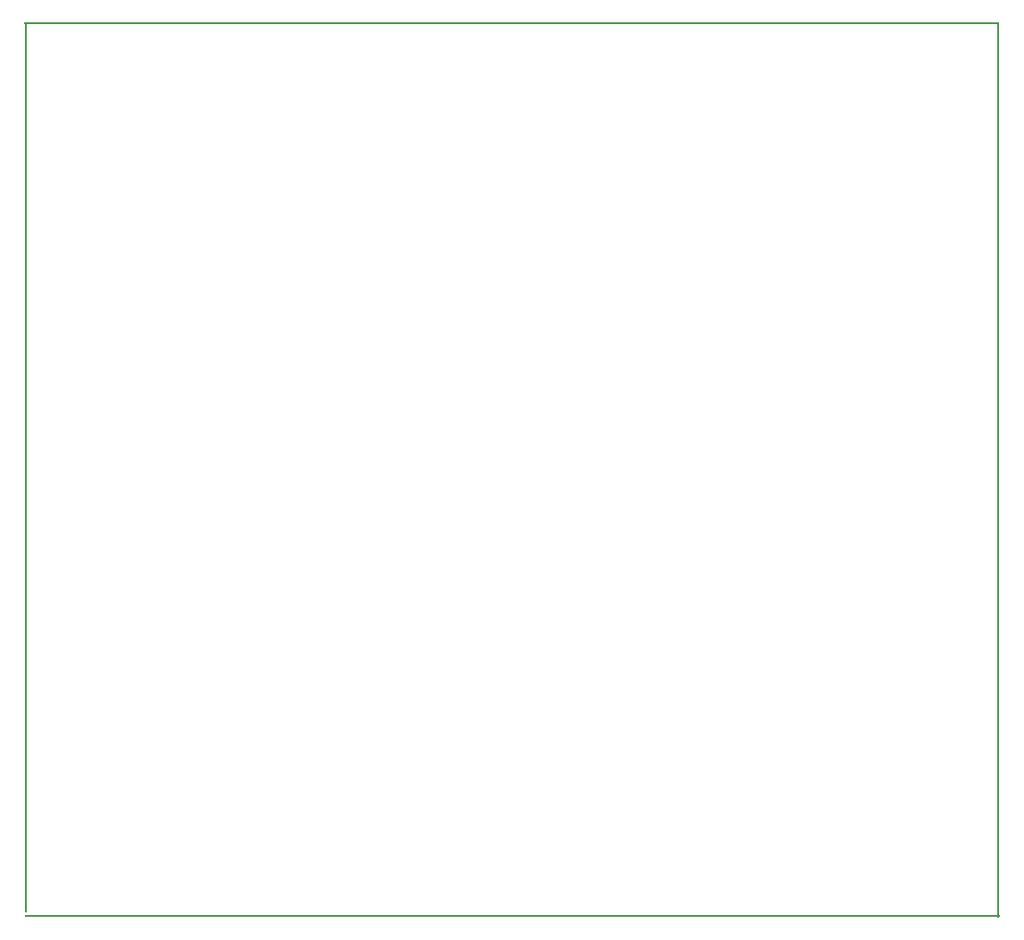
<source format=gko>
%FSTAX24Y24*%
%MOIN*%
%SFA1B1*%

%IPPOS*%
%ADD50R,3.641700X0.009800*%
%ADD51R,0.009800X3.346500*%
%ADD52R,3.631900X0.009800*%
%ADD53R,0.009800X3.326800*%
%LNpcb181216ver1-1*%
%LPD*%
G54D50*
X018209Y000049D03*
G54D51*
X036368Y016732D03*
G54D52*
X018159Y033415D03*
G54D53*
X000049Y016831D03*
M02*
</source>
